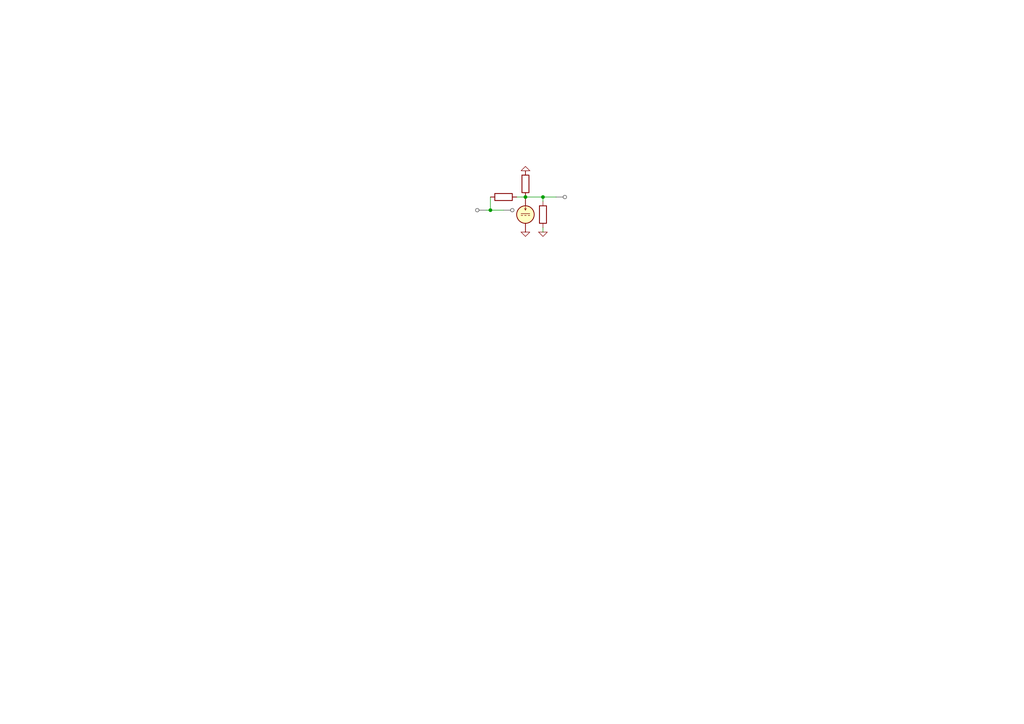
<source format=kicad_sch>
(kicad_sch (version 20250114) (generator "eeschema") (generator_version "9.0")
  (paper "A4")
  (lib_symbols
    (symbol "Device:R" (pin_numbers (hide yes)) (pin_names (offset 0))
      (property "Reference" "R" (at 2.032 0 90))
      (property "Value" "R" (at 0 0 90))
      (symbol "R_0_1"
        (rectangle (start -1.016 -2.54) (end 1.016 2.54) (stroke (width 0.254)))
      )
      (symbol "R_1_1"
        (pin passive line (at 0 3.81 270) (length 1.27) (name "~") (number "1"))
        (pin passive line (at 0 -3.81 90) (length 1.27) (name "~") (number "2"))
      )
    )
    (symbol "Simulation_SPICE:0" (power) (pin_numbers (hide yes)) (pin_names (offset 0) (hide yes))
      (property "Value" "0" (at 0 -2.54 0))
      (symbol "0_0_1"
        (polyline (pts (xy -1.27 0) (xy 0 -1.27) (xy 1.27 0) (xy -1.27 0)))
      )
      (symbol "0_1_1"
        (pin power_in line (at 0 0 0) (length 0) (name "~") (number "1"))
      )
    )
    (symbol "Simulation_SPICE:IDC" (pin_numbers (hide yes)) (pin_names (offset 0.0254))
      (property "Reference" "I" (at 2.54 2.54 0))
      (property "Value" "1" (at 2.54 0 0))
      (symbol "IDC_0_0"
        (polyline (pts (xy -1.27 0.254) (xy 1.27 0.254)))
        (polyline (pts (xy -0.762 -0.254) (xy -1.27 -0.254)))
        (polyline (pts (xy 0.254 -0.254) (xy -0.254 -0.254)))
        (polyline (pts (xy 1.27 -0.254) (xy 0.762 -0.254)))
      )
      (symbol "IDC_0_1"
        (polyline (pts (xy -0.254 1.778) (xy 0 1.27) (xy 0.254 1.778)))
        (polyline (pts (xy 0 1.27) (xy 0 2.286)))
        (circle (center 0 0) (radius 2.54) (stroke (width 0.254)) (fill (type background)))
      )
      (symbol "IDC_1_1"
        (pin passive line (at 0 5.08 270) (length 2.54) (name "~") (number "1"))
        (pin passive line (at 0 -5.08 90) (length 2.54) (name "~") (number "2"))
      )
    )
  )
  (junction (at 152.4 57.15))
  (junction (at 142.24 60.96))
  (junction (at 157.48 57.15))
  (wire (pts (xy 142.24 60.96) (xy 146.05 60.96)))
  (wire (pts (xy 157.48 57.15) (xy 157.48 58.42)))
  (wire (pts (xy 142.24 60.96) (xy 142.24 57.15)))
  (wire (pts (xy 152.4 57.15) (xy 157.48 57.15)))
  (wire (pts (xy 157.48 57.15) (xy 161.29 57.15)))
  (wire (pts (xy 149.86 57.15) (xy 152.4 57.15)))
  (wire (pts (xy 157.48 66.04) (xy 157.48 67.31)))
  (wire (pts (xy 140.97 60.96) (xy 142.24 60.96)))
  (netclass_flag "" (length 2.54) (shape round) (at 140.97 60.96 90))
  (netclass_flag "" (length 2.54) (shape round) (at 161.29 57.15 270))
  (netclass_flag "" (length 2.54) (shape round) (at 146.05 60.96 270))
  (symbol (lib_id "Simulation_SPICE:0") (at 152.4 49.53 180) (unit 1)
    (property "Reference" "#GND01" (effects (hide yes)))
    (property "Value" "0" (effects (hide yes)))
    (property "Datasheet" "https://ngspice.sourceforge.io/docs/ngspice-html-manual/manual.xhtml#subsec_Circuit_elements__device" (effects (hide yes)))
    (property "Description" "0V reference potential for simulation" (effects (hide yes)))
  )
  (symbol (lib_id "Simulation_SPICE:0") (at 152.4 67.31 0) (unit 1)
    (property "Reference" "#GND03" (effects (hide yes)))
    (property "Value" "0" (effects (hide yes)))
    (property "Datasheet" "https://ngspice.sourceforge.io/docs/ngspice-html-manual/manual.xhtml#subsec_Circuit_elements__device" (effects (hide yes)))
    (property "Description" "0V reference potential for simulation" (effects (hide yes)))
  )
  (symbol (lib_id "Simulation_SPICE:IDC") (at 152.4 62.23 0) (unit 1)
    (property "Reference" "I1" (effects (hide yes)))
    (property "Value" "1" (effects (hide yes)))
    (property "Datasheet" "https://ngspice.sourceforge.io/docs/ngspice-html-manual/manual.xhtml#sec_Independent_Sources_for" (effects (hide yes)))
    (property "Description" "Current source, DC" (effects (hide yes)))
    (property "Sim.Pins" "1=+ 2=-" (effects (hide yes)))
    (property "Sim.Type" "DC" (effects (hide yes)))
    (property "Sim.Device" "I" (effects (hide yes)))
  )
  (symbol (lib_id "Device:R") (at 157.48 62.23 180) (unit 1)
    (property "Reference" "R3" (effects (hide yes)))
    (property "Value" "R" (effects (hide yes)))
    (property "Description" "Resistor" (effects (hide yes)))
  )
  (symbol (lib_id "Simulation_SPICE:0") (at 157.48 67.31 0) (unit 1)
    (property "Reference" "#GND02" (effects (hide yes)))
    (property "Value" "0" (effects (hide yes)))
    (property "Datasheet" "https://ngspice.sourceforge.io/docs/ngspice-html-manual/manual.xhtml#subsec_Circuit_elements__device" (effects (hide yes)))
    (property "Description" "0V reference potential for simulation" (effects (hide yes)))
  )
  (symbol (lib_id "Device:R") (at 146.05 57.15 90) (unit 1)
    (property "Reference" "R1" (effects (hide yes)))
    (property "Value" "R" (effects (hide yes)))
    (property "Description" "Resistor" (effects (hide yes)))
  )
  (symbol (lib_id "Device:R") (at 152.4 53.34 180) (unit 1)
    (property "Reference" "R2" (effects (hide yes)))
    (property "Value" "R" (effects (hide yes)))
    (property "Description" "Resistor" (effects (hide yes)))
  )
)
</source>
